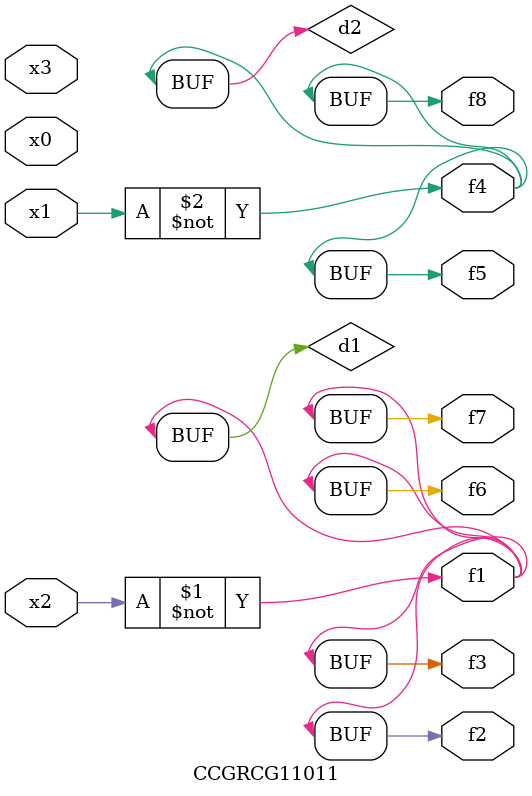
<source format=v>
module CCGRCG11011(
	input x0, x1, x2, x3,
	output f1, f2, f3, f4, f5, f6, f7, f8
);

	wire d1, d2;

	xnor (d1, x2);
	not (d2, x1);
	assign f1 = d1;
	assign f2 = d1;
	assign f3 = d1;
	assign f4 = d2;
	assign f5 = d2;
	assign f6 = d1;
	assign f7 = d1;
	assign f8 = d2;
endmodule

</source>
